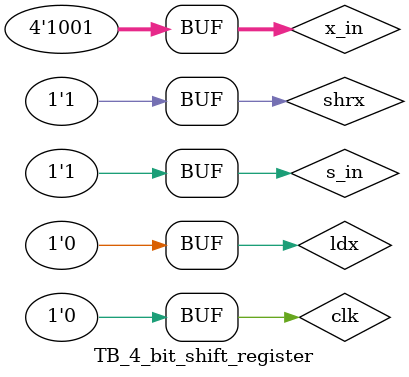
<source format=v>
`timescale 1ns/1ns

module TB_4_bit_shift_register();
	reg clk, s_in, ldx, shrx;
	reg[3:0] x_in;
	wire s_out, x_zero;
	wire[3:0] x_out;
	shift_register_4_bit X_SHIFT_REGISTER(clk, x_in, s_in, ldx, shrx, x_out, s_out, x_zero);
	
	initial begin
		clk = 0;
		s_in = 1;
		ldx = 0;
		shrx = 0;
		x_in = 4'b1001;
		#50;
		ldx = 1;
		#50; clk = 1;
		#50; clk = 0; shrx = 1; ldx = 0;
		#50; clk = 1;
		#50; clk = 0;
		#300;

	end
endmodule
</source>
